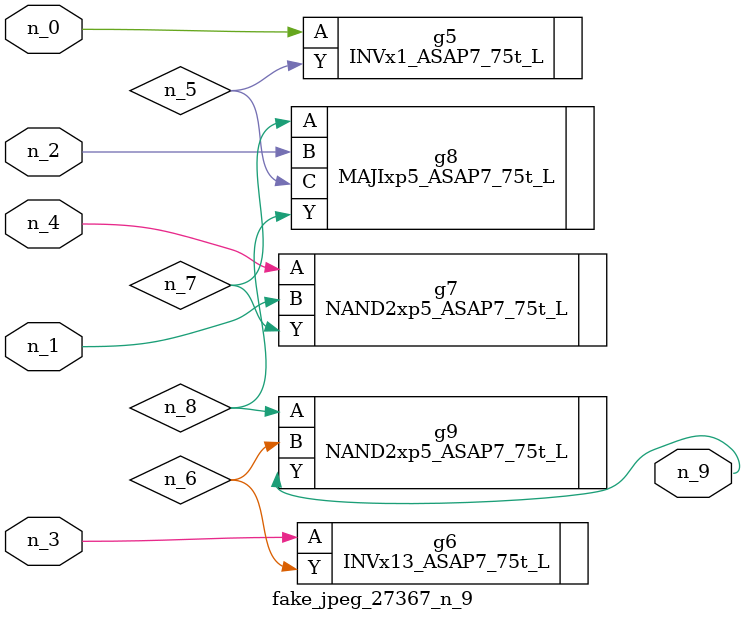
<source format=v>
module fake_jpeg_27367_n_9 (n_3, n_2, n_1, n_0, n_4, n_9);

input n_3;
input n_2;
input n_1;
input n_0;
input n_4;

output n_9;

wire n_8;
wire n_6;
wire n_5;
wire n_7;

INVx1_ASAP7_75t_L g5 ( 
.A(n_0),
.Y(n_5)
);

INVx13_ASAP7_75t_L g6 ( 
.A(n_3),
.Y(n_6)
);

NAND2xp5_ASAP7_75t_L g7 ( 
.A(n_4),
.B(n_1),
.Y(n_7)
);

MAJIxp5_ASAP7_75t_L g8 ( 
.A(n_7),
.B(n_2),
.C(n_5),
.Y(n_8)
);

NAND2xp5_ASAP7_75t_L g9 ( 
.A(n_8),
.B(n_6),
.Y(n_9)
);


endmodule
</source>
